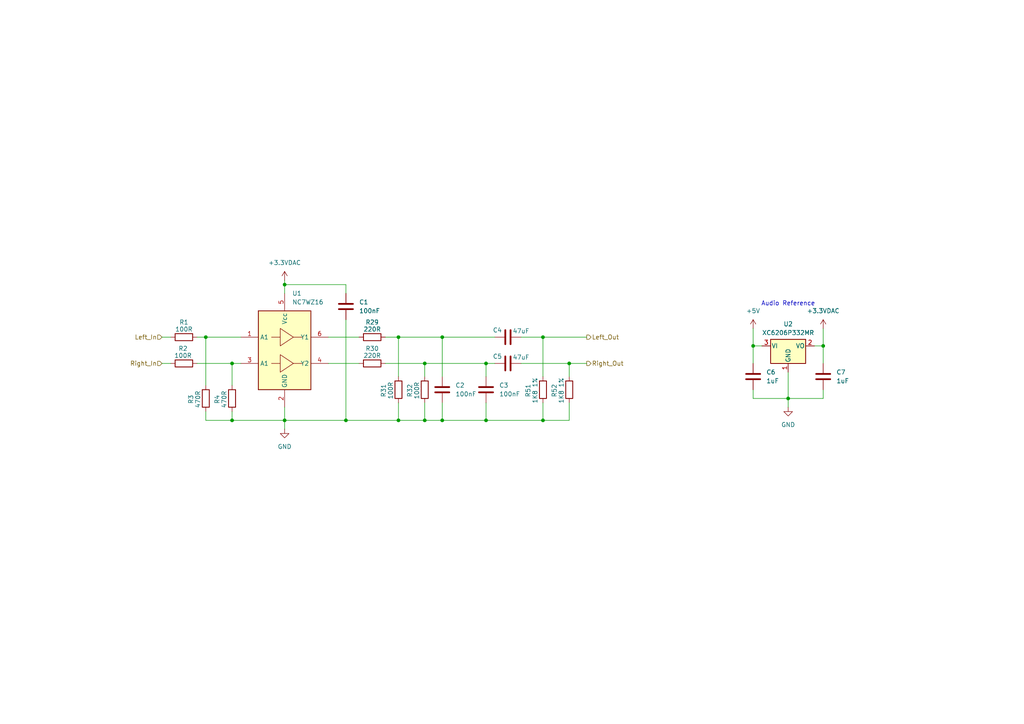
<source format=kicad_sch>
(kicad_sch (version 20231120) (generator "eeschema") (generator_version "8.0")
  (paper "A4")
  (lib_symbols
    (symbol "Device:C" (pin_numbers hide) (pin_names (offset 0.254))
      (property "Reference" "C" (at 0.635 2.54 0))
      (property "Value" "C" (at 0.635 -2.54 0))
      (symbol "C_0_1"
        (polyline (pts (xy -2.032 -0.762) (xy 2.032 -0.762)) (stroke (width 0.508)))
        (polyline (pts (xy -2.032 0.762) (xy 2.032 0.762)) (stroke (width 0.508)))
      )
      (symbol "C_1_1"
        (pin passive line (at 0 3.81 270) (length 2.794) (name "~") (number "1"))
        (pin passive line (at 0 -3.81 90) (length 2.794) (name "~") (number "2"))
      )
    )
    (symbol "Device:R" (pin_numbers hide) (pin_names (offset 0))
      (property "Reference" "R" (at 2.032 0 90))
      (property "Value" "R" (at 0 0 90))
      (symbol "R_0_1"
        (rectangle (start -1.016 -2.54) (end 1.016 2.54) (stroke (width 0.254)))
      )
      (symbol "R_1_1"
        (pin passive line (at 0 3.81 270) (length 1.27) (name "~") (number "1"))
        (pin passive line (at 0 -3.81 90) (length 1.27) (name "~") (number "2"))
      )
    )
    (symbol "Regulator_Linear:XC6206PxxxMR" (pin_names (offset 0.254))
      (property "Reference" "U" (at -3.81 3.175 0))
      (property "Value" "XC6206PxxxMR" (at 0 3.175 0))
      (symbol "XC6206PxxxMR_0_1"
        (rectangle (start -5.08 1.905) (end 5.08 -5.08) (stroke (width 0.254)) (fill (type background)))
      )
      (symbol "XC6206PxxxMR_1_1"
        (pin power_in line (at 0 -7.62 90) (length 2.54) (name "GND") (number "1"))
        (pin power_out line (at 7.62 0 180) (length 2.54) (name "VO") (number "2"))
        (pin power_in line (at -7.62 0 0) (length 2.54) (name "VI") (number "3"))
      )
    )
    (symbol "nc7wz16:NC7WZ16"
      (property "Reference" "U" (at 1.27 13.208 0))
      (property "Value" "NC7WZ16" (at 5.334 -13.462 0))
      (symbol "NC7WZ16_0_1"
        (rectangle (start -7.62 11.43) (end 7.62 -11.43) (stroke (width 0.254)) (fill (type background)))
        (polyline (pts (xy -1.27 -3.81) (xy -3.81 -3.81)))
        (polyline (pts (xy -1.27 3.81) (xy -3.81 3.81)))
        (polyline (pts (xy 2.54 -3.81) (xy 5.08 -3.81)))
        (polyline (pts (xy 2.54 3.81) (xy 5.08 3.81)))
        (polyline (pts (xy 2.54 -3.81) (xy -1.27 -1.27) (xy -1.27 -6.35) (xy 2.54 -3.81)))
        (polyline (pts (xy 2.54 3.81) (xy -1.27 6.35) (xy -1.27 1.27) (xy 2.54 3.81)))
      )
      (symbol "NC7WZ16_1_1"
        (pin passive line (at -12.7 3.81 0) (length 5.08) (name "A1") (number "1"))
        (pin power_in line (at 0 -16.51 90) (length 5.08) (name "GND") (number "2"))
        (pin passive line (at -12.7 -3.81 0) (length 5.08) (name "A1") (number "3"))
        (pin passive line (at 12.7 -3.81 180) (length 5.08) (name "Y2") (number "4"))
        (pin power_in line (at 0 16.51 270) (length 5.08) (name "Vcc") (number "5"))
        (pin passive line (at 12.7 3.81 180) (length 5.08) (name "Y1") (number "6"))
      )
    )
    (symbol "power:+3.3VDAC" (power) (pin_numbers hide) (pin_names (offset 0) hide)
      (property "Value" "+3.3VDAC" (at 0 3.556 0))
      (symbol "+3.3VDAC_0_0"
        (pin power_in line (at 0 0 90) (length 0) (name "~") (number "1"))
      )
      (symbol "+3.3VDAC_0_1"
        (polyline (pts (xy -0.762 1.27) (xy 0 2.54)))
        (polyline (pts (xy 0 0) (xy 0 2.54)))
        (polyline (pts (xy 0 2.54) (xy 0.762 1.27)))
      )
    )
    (symbol "power:+5V" (power) (pin_numbers hide) (pin_names (offset 0) hide)
      (property "Value" "+5V" (at 0 3.556 0))
      (symbol "+5V_0_1"
        (polyline (pts (xy -0.762 1.27) (xy 0 2.54)))
        (polyline (pts (xy 0 0) (xy 0 2.54)))
        (polyline (pts (xy 0 2.54) (xy 0.762 1.27)))
      )
      (symbol "+5V_1_1"
        (pin power_in line (at 0 0 90) (length 0) (name "~") (number "1"))
      )
    )
    (symbol "power:GND" (power) (pin_numbers hide) (pin_names (offset 0) hide)
      (property "Value" "GND" (at 0 -3.81 0))
      (symbol "GND_0_1"
        (polyline (pts (xy 0 0) (xy 0 -1.27) (xy 1.27 -1.27) (xy 0 -2.54) (xy -1.27 -1.27) (xy 0 -1.27)))
      )
      (symbol "GND_1_1"
        (pin power_in line (at 0 0 270) (length 0) (name "~") (number "1"))
      )
    )
  )
  (junction (at 67.31 105.41))
  (junction (at 238.76 100.33))
  (junction (at 67.31 121.92))
  (junction (at 218.44 100.33))
  (junction (at 59.69 97.79))
  (junction (at 82.55 82.55))
  (junction (at 100.33 121.92))
  (junction (at 157.48 121.92))
  (junction (at 82.55 121.92))
  (junction (at 123.19 105.41))
  (junction (at 128.27 121.92))
  (junction (at 165.1 105.41))
  (junction (at 228.6 115.57))
  (junction (at 115.57 97.79))
  (junction (at 128.27 97.79))
  (junction (at 123.19 121.92))
  (junction (at 140.97 121.92))
  (junction (at 157.48 97.79))
  (junction (at 115.57 121.92))
  (junction (at 140.97 105.41))
  (wire (pts (xy 67.31 105.41) (xy 67.31 111.76)))
  (wire (pts (xy 218.44 95.25) (xy 218.44 100.33)))
  (wire (pts (xy 238.76 95.25) (xy 238.76 100.33)))
  (wire (pts (xy 46.99 97.79) (xy 49.53 97.79)))
  (wire (pts (xy 59.69 97.79) (xy 69.85 97.79)))
  (wire (pts (xy 128.27 116.84) (xy 128.27 121.92)))
  (wire (pts (xy 100.33 82.55) (xy 82.55 82.55)))
  (wire (pts (xy 82.55 82.55) (xy 82.55 85.09)))
  (wire (pts (xy 157.48 97.79) (xy 157.48 109.22)))
  (wire (pts (xy 165.1 116.84) (xy 165.1 121.92)))
  (wire (pts (xy 128.27 97.79) (xy 143.51 97.79)))
  (wire (pts (xy 228.6 115.57) (xy 228.6 118.11)))
  (wire (pts (xy 165.1 105.41) (xy 170.18 105.41)))
  (wire (pts (xy 128.27 121.92) (xy 123.19 121.92)))
  (wire (pts (xy 140.97 116.84) (xy 140.97 121.92)))
  (wire (pts (xy 140.97 121.92) (xy 128.27 121.92)))
  (wire (pts (xy 218.44 115.57) (xy 218.44 113.03)))
  (wire (pts (xy 100.33 85.09) (xy 100.33 82.55)))
  (wire (pts (xy 151.13 105.41) (xy 165.1 105.41)))
  (wire (pts (xy 82.55 121.92) (xy 82.55 118.11)))
  (wire (pts (xy 67.31 105.41) (xy 69.85 105.41)))
  (wire (pts (xy 82.55 121.92) (xy 82.55 124.46)))
  (wire (pts (xy 238.76 113.03) (xy 238.76 115.57)))
  (wire (pts (xy 157.48 116.84) (xy 157.48 121.92)))
  (wire (pts (xy 57.15 105.41) (xy 67.31 105.41)))
  (wire (pts (xy 218.44 100.33) (xy 220.98 100.33)))
  (wire (pts (xy 82.55 81.28) (xy 82.55 82.55)))
  (wire (pts (xy 111.76 97.79) (xy 115.57 97.79)))
  (wire (pts (xy 115.57 121.92) (xy 100.33 121.92)))
  (wire (pts (xy 57.15 97.79) (xy 59.69 97.79)))
  (wire (pts (xy 115.57 97.79) (xy 128.27 97.79)))
  (wire (pts (xy 67.31 121.92) (xy 82.55 121.92)))
  (wire (pts (xy 95.25 97.79) (xy 104.14 97.79)))
  (wire (pts (xy 123.19 105.41) (xy 140.97 105.41)))
  (wire (pts (xy 123.19 105.41) (xy 123.19 109.22)))
  (wire (pts (xy 165.1 121.92) (xy 157.48 121.92)))
  (wire (pts (xy 59.69 97.79) (xy 59.69 111.76)))
  (wire (pts (xy 111.76 105.41) (xy 123.19 105.41)))
  (wire (pts (xy 218.44 105.41) (xy 218.44 100.33)))
  (wire (pts (xy 236.22 100.33) (xy 238.76 100.33)))
  (wire (pts (xy 140.97 105.41) (xy 140.97 109.22)))
  (wire (pts (xy 67.31 119.38) (xy 67.31 121.92)))
  (wire (pts (xy 157.48 97.79) (xy 170.18 97.79)))
  (wire (pts (xy 238.76 115.57) (xy 228.6 115.57)))
  (wire (pts (xy 100.33 121.92) (xy 82.55 121.92)))
  (wire (pts (xy 228.6 107.95) (xy 228.6 115.57)))
  (wire (pts (xy 46.99 105.41) (xy 49.53 105.41)))
  (wire (pts (xy 115.57 116.84) (xy 115.57 121.92)))
  (wire (pts (xy 123.19 121.92) (xy 115.57 121.92)))
  (wire (pts (xy 115.57 97.79) (xy 115.57 109.22)))
  (wire (pts (xy 228.6 115.57) (xy 218.44 115.57)))
  (wire (pts (xy 123.19 116.84) (xy 123.19 121.92)))
  (wire (pts (xy 59.69 121.92) (xy 67.31 121.92)))
  (wire (pts (xy 157.48 121.92) (xy 140.97 121.92)))
  (wire (pts (xy 128.27 97.79) (xy 128.27 109.22)))
  (wire (pts (xy 238.76 100.33) (xy 238.76 105.41)))
  (wire (pts (xy 95.25 105.41) (xy 104.14 105.41)))
  (wire (pts (xy 59.69 119.38) (xy 59.69 121.92)))
  (wire (pts (xy 151.13 97.79) (xy 157.48 97.79)))
  (wire (pts (xy 165.1 105.41) (xy 165.1 109.22)))
  (wire (pts (xy 100.33 92.71) (xy 100.33 121.92)))
  (wire (pts (xy 140.97 105.41) (xy 143.51 105.41)))
  (text "Audio Reference" (at 228.6 88.138 0) (effects (font (size 1.27 1.27))))
  (hierarchical_label "Left_Out" (shape output) (at 170.18 97.79 0))
  (hierarchical_label "Right_Out" (shape output) (at 170.18 105.41 0))
  (hierarchical_label "Right_In" (shape input) (at 46.99 105.41 180))
  (hierarchical_label "Left_In" (shape input) (at 46.99 97.79 180))
  (symbol (lib_id "power:GND") (at 82.55 124.46 0) (unit 1)
    (property "Reference" "#PWR06" (effects (hide yes)))
    (property "Value" "GND" (at 82.55 129.54 0))
    (property "Description" "Power symbol creates a global label with name \"GND\" , ground" (effects (hide yes)))
  )
  (symbol (lib_id "Device:R") (at 115.57 113.03 180) (unit 1)
    (property "Reference" "R31" (at 111.252 113.284 90))
    (property "Value" "100R" (at 113.284 113.284 90))
    (property "Footprint" "Resistor_SMD:R_0603_1608Metric_Pad0.98x0.95mm_HandSolder" (effects (hide yes)))
    (property "Description" "Resistor" (effects (hide yes)))
  )
  (symbol (lib_id "Device:R") (at 123.19 113.03 180) (unit 1)
    (property "Reference" "R32" (at 118.872 113.284 90))
    (property "Value" "100R" (at 120.904 113.284 90))
    (property "Footprint" "Resistor_SMD:R_0603_1608Metric_Pad0.98x0.95mm_HandSolder" (effects (hide yes)))
    (property "Description" "Resistor" (effects (hide yes)))
  )
  (symbol (lib_id "Device:C") (at 147.32 105.41 90) (unit 1)
    (property "Reference" "C5" (at 144.272 103.378 90))
    (property "Value" "47uF" (at 151.13 103.632 90))
    (property "Footprint" "Capacitor_SMD:C_0603_1608Metric_Pad1.08x0.95mm_HandSolder" (effects (hide yes)))
    (property "Description" "Unpolarized capacitor" (effects (hide yes)))
  )
  (symbol (lib_id "Device:C") (at 100.33 88.9 0) (unit 1)
    (property "Reference" "C1" (at 104.14 87.6299 0) (effects (justify left)))
    (property "Value" "100nF" (at 104.14 90.1699 0) (effects (justify left)))
    (property "Footprint" "Capacitor_SMD:C_0603_1608Metric_Pad1.08x0.95mm_HandSolder" (effects (hide yes)))
    (property "Description" "Unpolarized capacitor" (effects (hide yes)))
  )
  (symbol (lib_id "Device:C") (at 218.44 109.22 0) (unit 1)
    (property "Reference" "C6" (at 222.25 107.9499 0) (effects (justify left)))
    (property "Value" "1uF" (at 222.25 110.4899 0) (effects (justify left)))
    (property "Footprint" "Capacitor_SMD:C_0603_1608Metric_Pad1.08x0.95mm_HandSolder" (effects (hide yes)))
    (property "Description" "Unpolarized capacitor" (effects (hide yes)))
  )
  (symbol (lib_id "Regulator_Linear:XC6206PxxxMR") (at 228.6 100.33 0) (unit 1)
    (property "Reference" "U2" (at 228.6 93.98 0))
    (property "Value" "XC6206P332MR" (at 228.6 96.52 0))
    (property "Footprint" "Package_TO_SOT_SMD:SOT-23-3" (effects (hide yes)))
    (property "Datasheet" "https://www.torexsemi.com/file/xc6206/XC6206.pdf" (effects (hide yes)))
    (property "Description" "Positive 60-250mA Low Dropout Regulator, Fixed Output, SOT-23" (effects (hide yes)))
  )
  (symbol (lib_id "power:GND") (at 228.6 118.11 0) (unit 1)
    (property "Reference" "#PWR08" (effects (hide yes)))
    (property "Value" "GND" (at 228.6 123.19 0))
    (property "Description" "Power symbol creates a global label with name \"GND\" , ground" (effects (hide yes)))
  )
  (symbol (lib_id "Device:C") (at 140.97 113.03 0) (unit 1)
    (property "Reference" "C3" (at 144.78 111.7599 0) (effects (justify left)))
    (property "Value" "100nF" (at 144.78 114.2999 0) (effects (justify left)))
    (property "Footprint" "Capacitor_SMD:C_0603_1608Metric_Pad1.08x0.95mm_HandSolder" (effects (hide yes)))
    (property "Description" "Unpolarized capacitor" (effects (hide yes)))
  )
  (symbol (lib_id "Device:C") (at 238.76 109.22 0) (unit 1)
    (property "Reference" "C7" (at 242.57 107.9499 0) (effects (justify left)))
    (property "Value" "1uF" (at 242.57 110.4899 0) (effects (justify left)))
    (property "Footprint" "Capacitor_SMD:C_0603_1608Metric_Pad1.08x0.95mm_HandSolder" (effects (hide yes)))
    (property "Description" "Unpolarized capacitor" (effects (hide yes)))
  )
  (symbol (lib_id "power:+3.3VDAC") (at 82.55 81.28 0) (unit 1)
    (property "Reference" "#PWR05" (effects (hide yes)))
    (property "Value" "+3.3VDAC" (at 82.55 76.2 0))
    (property "Description" "Power symbol creates a global label with name \"+3.3VDAC\"" (effects (hide yes)))
  )
  (symbol (lib_id "Device:C") (at 128.27 113.03 0) (unit 1)
    (property "Reference" "C2" (at 132.08 111.7599 0) (effects (justify left)))
    (property "Value" "100nF" (at 132.08 114.2999 0) (effects (justify left)))
    (property "Footprint" "Capacitor_SMD:C_0603_1608Metric_Pad1.08x0.95mm_HandSolder" (effects (hide yes)))
    (property "Description" "Unpolarized capacitor" (effects (hide yes)))
  )
  (symbol (lib_id "Device:R") (at 59.69 115.57 180) (unit 1)
    (property "Reference" "R3" (at 55.372 115.824 90))
    (property "Value" "470R" (at 57.404 115.824 90))
    (property "Footprint" "Resistor_SMD:R_0603_1608Metric_Pad0.98x0.95mm_HandSolder" (effects (hide yes)))
    (property "Description" "Resistor" (effects (hide yes)))
  )
  (symbol (lib_id "Device:C") (at 147.32 97.79 90) (unit 1)
    (property "Reference" "C4" (at 144.272 95.758 90))
    (property "Value" "47uF" (at 151.13 96.012 90))
    (property "Footprint" "Capacitor_SMD:C_0603_1608Metric_Pad1.08x0.95mm_HandSolder" (effects (hide yes)))
    (property "Description" "Unpolarized capacitor" (effects (hide yes)))
  )
  (symbol (lib_id "Device:R") (at 157.48 113.03 180) (unit 1)
    (property "Reference" "R51" (at 153.162 113.284 90))
    (property "Value" "1K8 1%" (at 155.194 113.284 90))
    (property "Footprint" "Resistor_SMD:R_0603_1608Metric_Pad0.98x0.95mm_HandSolder" (effects (hide yes)))
    (property "Description" "Resistor" (effects (hide yes)))
  )
  (symbol (lib_id "power:+3.3VDAC") (at 238.76 95.25 0) (unit 1)
    (property "Reference" "#PWR09" (effects (hide yes)))
    (property "Value" "+3.3VDAC" (at 238.76 90.17 0))
    (property "Description" "Power symbol creates a global label with name \"+3.3VDAC\"" (effects (hide yes)))
  )
  (symbol (lib_id "Device:R") (at 53.34 97.79 90) (unit 1)
    (property "Reference" "R1" (at 53.34 93.472 90))
    (property "Value" "100R" (at 53.34 95.504 90))
    (property "Footprint" "Resistor_SMD:R_0603_1608Metric_Pad0.98x0.95mm_HandSolder" (effects (hide yes)))
    (property "Description" "Resistor" (effects (hide yes)))
  )
  (symbol (lib_id "Device:R") (at 107.95 105.41 90) (unit 1)
    (property "Reference" "R30" (at 107.95 101.092 90))
    (property "Value" "220R" (at 107.95 103.124 90))
    (property "Footprint" "Resistor_SMD:R_0603_1608Metric_Pad0.98x0.95mm_HandSolder" (effects (hide yes)))
    (property "Description" "Resistor" (effects (hide yes)))
  )
  (symbol (lib_id "Device:R") (at 67.31 115.57 180) (unit 1)
    (property "Reference" "R4" (at 62.992 115.824 90))
    (property "Value" "470R" (at 65.024 115.824 90))
    (property "Footprint" "Resistor_SMD:R_0603_1608Metric_Pad0.98x0.95mm_HandSolder" (effects (hide yes)))
    (property "Description" "Resistor" (effects (hide yes)))
  )
  (symbol (lib_id "Device:R") (at 53.34 105.41 90) (unit 1)
    (property "Reference" "R2" (at 53.086 101.092 90))
    (property "Value" "100R" (at 53.086 103.124 90))
    (property "Footprint" "Resistor_SMD:R_0603_1608Metric_Pad0.98x0.95mm_HandSolder" (effects (hide yes)))
    (property "Description" "Resistor" (effects (hide yes)))
  )
  (symbol (lib_id "nc7wz16:NC7WZ16") (at 82.55 101.6 0) (unit 1)
    (property "Reference" "U1" (at 84.7441 85.09 0) (effects (justify left)))
    (property "Value" "NC7WZ16" (at 84.7441 87.63 0) (effects (justify left)))
    (property "Footprint" "Package_TO_SOT_SMD:SOT-363_SC-70-6_Handsoldering" (effects (hide yes)))
    (property "Datasheet" "https://wmsc.lcsc.com/wmsc/upload/file/pdf/v2/lcsc/2210271800_onsemi-NC7WZ16P6X-L22347_C5207819.pdf" (effects (hide yes)))
    (property "Description" "TinyLogic UHS Dual Buffer" (effects (hide yes)))
  )
  (symbol (lib_id "power:+5V") (at 218.44 95.25 0) (unit 1)
    (property "Reference" "#PWR07" (effects (hide yes)))
    (property "Value" "+5V" (at 218.44 90.17 0))
    (property "Description" "Power symbol creates a global label with name \"+5V\"" (effects (hide yes)))
  )
  (symbol (lib_id "Device:R") (at 107.95 97.79 90) (unit 1)
    (property "Reference" "R29" (at 107.95 93.472 90))
    (property "Value" "220R" (at 107.95 95.504 90))
    (property "Footprint" "Resistor_SMD:R_0603_1608Metric_Pad0.98x0.95mm_HandSolder" (effects (hide yes)))
    (property "Description" "Resistor" (effects (hide yes)))
  )
  (symbol (lib_id "Device:R") (at 165.1 113.03 180) (unit 1)
    (property "Reference" "R52" (at 160.782 113.284 90))
    (property "Value" "1K8 1%" (at 162.814 113.284 90))
    (property "Footprint" "Resistor_SMD:R_0603_1608Metric_Pad0.98x0.95mm_HandSolder" (effects (hide yes)))
    (property "Description" "Resistor" (effects (hide yes)))
  )
)
</source>
